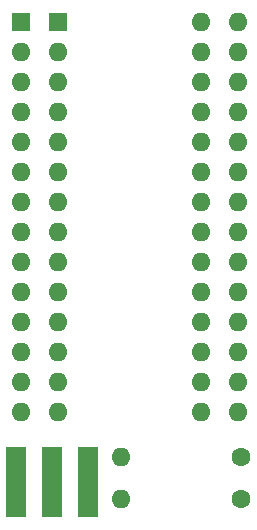
<source format=gts>
%TF.GenerationSoftware,KiCad,Pcbnew,(5.1.8)-1*%
%TF.CreationDate,2021-04-08T15:32:03+02:00*%
%TF.ProjectId,C64 1541-II ROM Adapter,43363420-3135-4343-912d-494920524f4d,rev?*%
%TF.SameCoordinates,Original*%
%TF.FileFunction,Soldermask,Top*%
%TF.FilePolarity,Negative*%
%FSLAX46Y46*%
G04 Gerber Fmt 4.6, Leading zero omitted, Abs format (unit mm)*
G04 Created by KiCad (PCBNEW (5.1.8)-1) date 2021-04-08 15:32:03*
%MOMM*%
%LPD*%
G01*
G04 APERTURE LIST*
%ADD10R,1.600000X1.600000*%
%ADD11O,1.600000X1.600000*%
%ADD12R,1.700000X6.000000*%
%ADD13C,1.600000*%
G04 APERTURE END LIST*
D10*
%TO.C,A1*%
X102235000Y-62230000D03*
D11*
X117475000Y-95250000D03*
X102235000Y-64770000D03*
X117475000Y-92710000D03*
X102235000Y-67310000D03*
X117475000Y-90170000D03*
X102235000Y-69850000D03*
X117475000Y-87630000D03*
X102235000Y-72390000D03*
X117475000Y-85090000D03*
X102235000Y-74930000D03*
X117475000Y-82550000D03*
X102235000Y-77470000D03*
X117475000Y-80010000D03*
X102235000Y-80010000D03*
X117475000Y-77470000D03*
X102235000Y-82550000D03*
X117475000Y-74930000D03*
X102235000Y-85090000D03*
X117475000Y-72390000D03*
X102235000Y-87630000D03*
X117475000Y-69850000D03*
X102235000Y-90170000D03*
X117475000Y-67310000D03*
X102235000Y-92710000D03*
X117475000Y-64770000D03*
X102235000Y-95250000D03*
X117475000Y-62230000D03*
%TD*%
D12*
%TO.C,J1*%
X104886500Y-101155500D03*
%TD*%
%TO.C,J2*%
X107934500Y-101155500D03*
%TD*%
%TO.C,J3*%
X101838500Y-101155500D03*
%TD*%
D11*
%TO.C,R1*%
X110744000Y-99060000D03*
D13*
X120904000Y-99060000D03*
%TD*%
%TO.C,R2*%
X120904000Y-102616000D03*
D11*
X110744000Y-102616000D03*
%TD*%
D10*
%TO.C,U1*%
X105410000Y-62230000D03*
D11*
X120650000Y-95250000D03*
X105410000Y-64770000D03*
X120650000Y-92710000D03*
X105410000Y-67310000D03*
X120650000Y-90170000D03*
X105410000Y-69850000D03*
X120650000Y-87630000D03*
X105410000Y-72390000D03*
X120650000Y-85090000D03*
X105410000Y-74930000D03*
X120650000Y-82550000D03*
X105410000Y-77470000D03*
X120650000Y-80010000D03*
X105410000Y-80010000D03*
X120650000Y-77470000D03*
X105410000Y-82550000D03*
X120650000Y-74930000D03*
X105410000Y-85090000D03*
X120650000Y-72390000D03*
X105410000Y-87630000D03*
X120650000Y-69850000D03*
X105410000Y-90170000D03*
X120650000Y-67310000D03*
X105410000Y-92710000D03*
X120650000Y-64770000D03*
X105410000Y-95250000D03*
X120650000Y-62230000D03*
%TD*%
M02*

</source>
